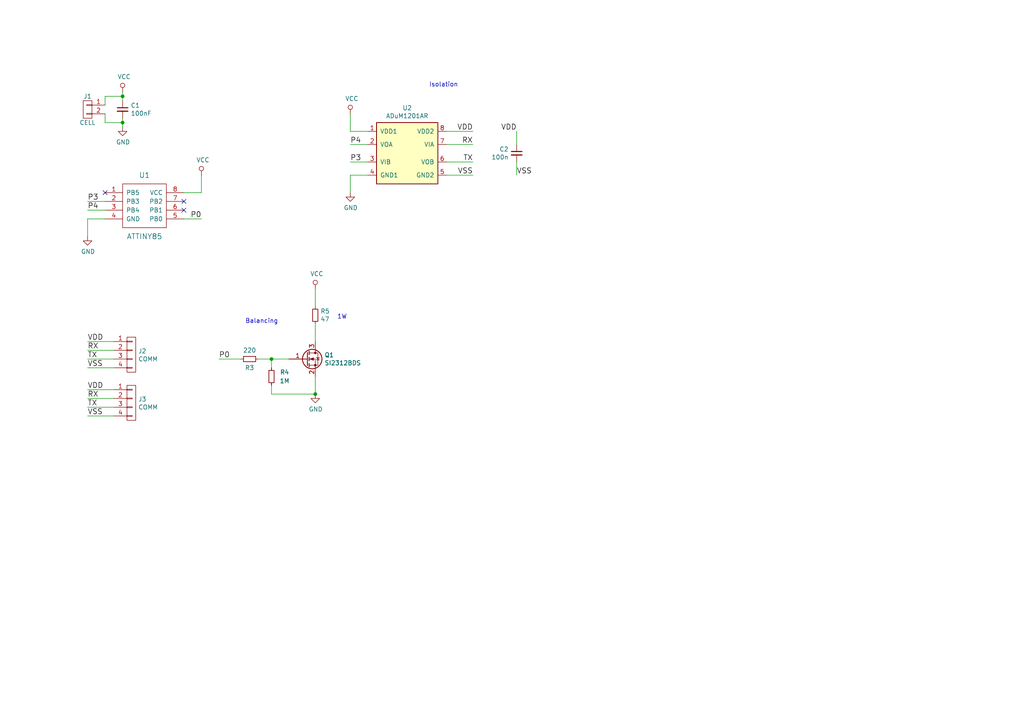
<source format=kicad_sch>
(kicad_sch (version 20231120) (generator "eeschema") (generator_version "8.0")
  (paper "A4")
  (title_block (title "Cell Monitor"))
  (lib_symbols
    (symbol "cell-monitor-rescue:ADuM1201AR" (pin_names (offset 1.016))
      (property "Reference" "U" (at -8.89 10.16 0))
      (property "Value" "ADuM1201AR" (at 0 10.16 0))
      (symbol "ADuM1201AR_0_1"
        (rectangle (start -8.89 8.89) (end 8.89 -8.89) (stroke (width 0.254)) (fill (type background)))
      )
      (symbol "ADuM1201AR_1_1"
        (pin power_in line (at -11.43 6.35 0) (length 2.54) (name "VDD1") (number "1"))
        (pin output line (at -11.43 2.54 0) (length 2.54) (name "VOA") (number "2"))
        (pin input line (at -11.43 -2.54 0) (length 2.54) (name "VIB") (number "3"))
        (pin power_in line (at -11.43 -6.35 0) (length 2.54) (name "GND1") (number "4"))
        (pin power_in line (at 11.43 -6.35 180) (length 2.54) (name "GND2") (number "5"))
        (pin output line (at 11.43 -2.54 180) (length 2.54) (name "VOB") (number "6"))
        (pin input line (at 11.43 2.54 180) (length 2.54) (name "VIA") (number "7"))
        (pin power_in line (at 11.43 6.35 180) (length 2.54) (name "VDD2") (number "8"))
      )
    )
    (symbol "cell-monitor-rescue:Q_NMOS_GSD" (pin_names (offset 0) hide)
      (property "Reference" "Q" (at 5.08 1.27 0))
      (property "Value" "Q_NMOS_GSD" (at 5.08 -1.27 0))
      (symbol "Q_NMOS_GSD_0_1"
        (polyline (pts (xy 0.0508 0) (xy 0.254 0)))
        (polyline (pts (xy 0.762 -1.778) (xy 2.54 -1.778)))
        (polyline (pts (xy 0.762 -1.27) (xy 0.762 -2.286)) (stroke (width 0.254)))
        (polyline (pts (xy 0.762 0) (xy 2.54 0)))
        (polyline (pts (xy 0.762 0.508) (xy 0.762 -0.508)) (stroke (width 0.254)))
        (polyline (pts (xy 0.762 1.778) (xy 2.54 1.778)))
        (polyline (pts (xy 0.762 2.286) (xy 0.762 1.27)) (stroke (width 0.254)))
        (polyline (pts (xy 2.54 -1.778) (xy 2.54 -2.54)))
        (polyline (pts (xy 2.54 -1.778) (xy 2.54 0)))
        (polyline (pts (xy 2.54 2.54) (xy 2.54 1.778)))
        (polyline (pts (xy 0.254 1.905) (xy 0.254 -1.905) (xy 0.254 -1.905)) (stroke (width 0.254)))
        (polyline (pts (xy 1.016 0) (xy 2.032 0.381) (xy 2.032 -0.381) (xy 1.016 0)) (fill (type outline)))
        (polyline (pts (xy 2.54 -1.778) (xy 3.302 -1.778) (xy 3.302 1.778) (xy 2.54 1.778)))
        (polyline (pts (xy 2.794 0.508) (xy 2.921 0.381) (xy 3.683 0.381) (xy 3.81 0.254)))
        (polyline (pts (xy 3.302 0.381) (xy 2.921 -0.254) (xy 3.683 -0.254) (xy 3.302 0.381)))
        (circle (center 1.651 0) (radius 2.8194) (stroke (width 0.254)))
        (circle (center 2.54 -1.778) (radius 0.2794) (fill (type outline)))
        (circle (center 2.54 1.778) (radius 0.2794) (fill (type outline)))
      )
      (symbol "Q_NMOS_GSD_1_1"
        (pin input line (at -5.08 0 0) (length 5.08) (name "G") (number "1"))
        (pin passive line (at 2.54 -5.08 90) (length 2.54) (name "S") (number "2"))
        (pin passive line (at 2.54 5.08 270) (length 2.54) (name "D") (number "3"))
      )
    )
    (symbol "cell-monitor:ATTINY85" (pin_names (offset 1.016))
      (property "Reference" "U" (at 0 7.62 0))
      (property "Value" "ATTINY85" (at 0 -7.62 0))
      (symbol "ATTINY85_0_1"
        (rectangle (start -6.35 -6.35) (end 6.35 6.35))
      )
      (symbol "ATTINY85_1_1"
        (pin bidirectional line (at -11.43 3.81 0) (length 5.08) (name "PB5") (number "1"))
        (pin bidirectional line (at -11.43 1.27 0) (length 5.08) (name "PB3") (number "2"))
        (pin bidirectional line (at -11.43 -1.27 0) (length 5.08) (name "PB4") (number "3"))
        (pin bidirectional line (at -11.43 -3.81 0) (length 5.08) (name "GND") (number "4"))
        (pin bidirectional line (at 11.43 -3.81 180) (length 5.08) (name "PB0") (number "5"))
        (pin bidirectional line (at 11.43 -1.27 180) (length 5.08) (name "PB1") (number "6"))
        (pin bidirectional line (at 11.43 1.27 180) (length 5.08) (name "PB2") (number "7"))
        (pin bidirectional line (at 11.43 3.81 180) (length 5.08) (name "VCC") (number "8"))
      )
    )
    (symbol "cell-monitor:CONN_01X02" (pin_names (offset 1.016) hide)
      (property "Reference" "J" (at 0 3.81 0))
      (property "Value" "CONN_01X02" (at 2.54 0 90))
      (symbol "CONN_01X02_0_1"
        (rectangle (start -1.27 -1.143) (end 0.254 -1.397))
        (rectangle (start -1.27 1.397) (end 0.254 1.143))
        (rectangle (start -1.27 2.54) (end 1.27 -2.54))
      )
      (symbol "CONN_01X02_1_1"
        (pin passive line (at -5.08 1.27 0) (length 3.81) (name "P1") (number "1"))
        (pin passive line (at -5.08 -1.27 0) (length 3.81) (name "P2") (number "2"))
      )
    )
    (symbol "cell-monitor:CONN_01X04" (pin_names (offset 1.016) hide)
      (property "Reference" "J" (at 0 6.35 0))
      (property "Value" "CONN_01X04" (at 2.54 0 90))
      (symbol "CONN_01X04_0_1"
        (rectangle (start -1.27 -3.683) (end 0.254 -3.937))
        (rectangle (start -1.27 -1.143) (end 0.254 -1.397))
        (rectangle (start -1.27 1.397) (end 0.254 1.143))
        (rectangle (start -1.27 3.937) (end 0.254 3.683))
        (rectangle (start -1.27 5.08) (end 1.27 -5.08))
      )
      (symbol "CONN_01X04_1_1"
        (pin passive line (at -5.08 3.81 0) (length 3.81) (name "P1") (number "1"))
        (pin passive line (at -5.08 1.27 0) (length 3.81) (name "P2") (number "2"))
        (pin passive line (at -5.08 -1.27 0) (length 3.81) (name "P3") (number "3"))
        (pin passive line (at -5.08 -3.81 0) (length 3.81) (name "P4") (number "4"))
      )
    )
    (symbol "cell-monitor:C_Small" (pin_numbers hide) (pin_names (offset 0.254) hide)
      (property "Reference" "C" (at 0.254 1.778 0))
      (property "Value" "C_Small" (at 0.254 -2.032 0))
      (symbol "C_Small_0_1"
        (polyline (pts (xy -1.524 -0.508) (xy 1.524 -0.508)) (stroke (width 0.3302)))
        (polyline (pts (xy -1.524 0.508) (xy 1.524 0.508)) (stroke (width 0.3048)))
      )
      (symbol "C_Small_1_1"
        (pin passive line (at 0 2.54 270) (length 2.032) (name "~") (number "1"))
        (pin passive line (at 0 -2.54 90) (length 2.032) (name "~") (number "2"))
      )
    )
    (symbol "cell-monitor:GND" (power) (pin_names (offset 0))
      (property "Value" "GND" (at 0 -3.81 0))
      (symbol "GND_0_1"
        (polyline (pts (xy 0 0) (xy 0 -1.27) (xy 1.27 -1.27) (xy 0 -2.54) (xy -1.27 -1.27) (xy 0 -1.27)))
      )
      (symbol "GND_1_1"
        (pin power_in line (at 0 0 270) (length 0) hide (name "GND") (number "1"))
      )
    )
    (symbol "cell-monitor:R_Small" (pin_numbers hide) (pin_names (offset 0.254) hide)
      (property "Reference" "R" (at 0.762 0.508 0))
      (property "Value" "R_Small" (at 0.762 -1.016 0))
      (symbol "R_Small_0_1"
        (rectangle (start -0.762 1.778) (end 0.762 -1.778) (stroke (width 0.2032)))
      )
      (symbol "R_Small_1_1"
        (pin passive line (at 0 2.54 270) (length 0.762) (name "~") (number "1"))
        (pin passive line (at 0 -2.54 90) (length 0.762) (name "~") (number "2"))
      )
    )
    (symbol "cell-monitor:VCC" (power) (pin_names (offset 0))
      (property "Value" "VCC" (at 0 3.81 0))
      (symbol "VCC_0_1"
        (polyline (pts (xy 0 0) (xy 0 1.27)))
        (circle (center 0 1.905) (radius 0.635))
      )
      (symbol "VCC_1_1"
        (pin power_in line (at 0 0 90) (length 0) hide (name "VCC") (number "1"))
      )
    )
  )
  (junction (at 35.56 27.94))
  (junction (at 91.44 114.3))
  (junction (at 78.74 104.14))
  (junction (at 35.56 35.56))
  (no_connect (at 53.34 58.42))
  (no_connect (at 53.34 60.96))
  (no_connect (at 30.48 55.88))
  (wire (pts (xy 78.74 114.3) (xy 91.44 114.3)))
  (wire (pts (xy 25.4 99.06) (xy 33.02 99.06)))
  (wire (pts (xy 30.48 30.48) (xy 30.48 27.94)))
  (wire (pts (xy 78.74 106.68) (xy 78.74 104.14)))
  (wire (pts (xy 25.4 120.65) (xy 33.02 120.65)))
  (wire (pts (xy 30.48 63.5) (xy 25.4 63.5)))
  (wire (pts (xy 78.74 104.14) (xy 83.82 104.14)))
  (wire (pts (xy 25.4 106.68) (xy 33.02 106.68)))
  (wire (pts (xy 25.4 101.6) (xy 33.02 101.6)))
  (wire (pts (xy 91.44 99.06) (xy 91.44 93.98)))
  (wire (pts (xy 63.5 104.14) (xy 69.85 104.14)))
  (wire (pts (xy 149.86 38.1) (xy 149.86 41.91)))
  (wire (pts (xy 25.4 104.14) (xy 33.02 104.14)))
  (wire (pts (xy 35.56 34.29) (xy 35.56 35.56)))
  (wire (pts (xy 25.4 118.11) (xy 33.02 118.11)))
  (wire (pts (xy 25.4 60.96) (xy 30.48 60.96)))
  (wire (pts (xy 74.93 104.14) (xy 78.74 104.14)))
  (wire (pts (xy 25.4 113.03) (xy 33.02 113.03)))
  (wire (pts (xy 101.6 50.8) (xy 106.68 50.8)))
  (wire (pts (xy 30.48 27.94) (xy 35.56 27.94)))
  (wire (pts (xy 30.48 33.02) (xy 30.48 35.56)))
  (wire (pts (xy 91.44 109.22) (xy 91.44 114.3)))
  (wire (pts (xy 53.34 63.5) (xy 58.42 63.5)))
  (wire (pts (xy 35.56 35.56) (xy 35.56 36.83)))
  (wire (pts (xy 53.34 55.88) (xy 58.42 55.88)))
  (wire (pts (xy 35.56 26.67) (xy 35.56 27.94)))
  (wire (pts (xy 129.54 41.91) (xy 137.16 41.91)))
  (wire (pts (xy 101.6 38.1) (xy 106.68 38.1)))
  (wire (pts (xy 101.6 46.99) (xy 106.68 46.99)))
  (wire (pts (xy 78.74 111.76) (xy 78.74 114.3)))
  (wire (pts (xy 101.6 41.91) (xy 106.68 41.91)))
  (wire (pts (xy 129.54 46.99) (xy 137.16 46.99)))
  (wire (pts (xy 129.54 38.1) (xy 137.16 38.1)))
  (wire (pts (xy 58.42 55.88) (xy 58.42 50.8)))
  (wire (pts (xy 101.6 33.02) (xy 101.6 38.1)))
  (wire (pts (xy 25.4 63.5) (xy 25.4 68.58)))
  (wire (pts (xy 129.54 50.8) (xy 137.16 50.8)))
  (wire (pts (xy 30.48 35.56) (xy 35.56 35.56)))
  (wire (pts (xy 149.86 46.99) (xy 149.86 50.8)))
  (wire (pts (xy 101.6 55.88) (xy 101.6 50.8)))
  (wire (pts (xy 25.4 58.42) (xy 30.48 58.42)))
  (wire (pts (xy 91.44 83.82) (xy 91.44 88.9)))
  (wire (pts (xy 35.56 27.94) (xy 35.56 29.21)))
  (wire (pts (xy 25.4 115.57) (xy 33.02 115.57)))
  (text "Isolation" (at 124.46 25.4 0) (effects (font (size 1.27 1.27)) (justify left bottom)))
  (text "Balancing" (at 71.12 93.98 0) (effects (font (size 1.27 1.27)) (justify left bottom)))
  (text "1W" (at 97.79 92.71 0) (effects (font (size 1.27 1.27)) (justify left bottom)))
  (label "RX" (at 25.4 115.57 0) (effects (font (size 1.524 1.524))))
  (label "P4" (at 25.4 60.96 0) (effects (font (size 1.524 1.524))))
  (label "RX" (at 137.16 41.91 180) (effects (font (size 1.524 1.524))))
  (label "TX" (at 137.16 46.99 180) (effects (font (size 1.524 1.524))))
  (label "VSS" (at 25.4 120.65 0) (effects (font (size 1.524 1.524))))
  (label "VDD" (at 149.86 38.1 180) (effects (font (size 1.524 1.524))))
  (label "P0" (at 58.42 63.5 180) (effects (font (size 1.524 1.524))))
  (label "P0" (at 63.5 104.14 0) (effects (font (size 1.524 1.524))))
  (label "P4" (at 101.6 41.91 0) (effects (font (size 1.524 1.524))))
  (label "TX" (at 25.4 104.14 0) (effects (font (size 1.524 1.524))))
  (label "VDD" (at 25.4 113.03 0) (effects (font (size 1.524 1.524))))
  (label "TX" (at 25.4 118.11 0) (effects (font (size 1.524 1.524))))
  (label "VDD" (at 25.4 99.06 0) (effects (font (size 1.524 1.524))))
  (label "VSS" (at 25.4 106.68 0) (effects (font (size 1.524 1.524))))
  (label "P3" (at 25.4 58.42 0) (effects (font (size 1.524 1.524))))
  (label "RX" (at 25.4 101.6 0) (effects (font (size 1.524 1.524))))
  (label "P3" (at 101.6 46.99 0) (effects (font (size 1.524 1.524))))
  (label "VSS" (at 137.16 50.8 180) (effects (font (size 1.524 1.524))))
  (label "VSS" (at 149.86 50.8 0) (effects (font (size 1.524 1.524))))
  (label "VDD" (at 137.16 38.1 180) (effects (font (size 1.524 1.524))))
  (symbol (lib_id "cell-monitor:CONN_01X02") (at 25.4 31.75 0) (mirror y) (unit 1)
    (property "Reference" "J1" (at 25.4 27.94 0))
    (property "Value" "CELL" (at 25.4 35.56 0))
    (property "Footprint" "Connectors:bornier2" (effects (hide yes)))
  )
  (symbol (lib_id "cell-monitor:C_Small") (at 149.86 44.45 0) (mirror y) (unit 1)
    (property "Reference" "C2" (at 147.5232 43.2816 0) (effects (justify left)))
    (property "Value" "100n" (at 147.5232 45.593 0) (effects (justify left)))
    (property "Footprint" "Capacitors_SMD:C_1206_HandSoldering" (effects (hide yes)))
  )
  (symbol (lib_id "cell-monitor:GND") (at 35.56 36.83 0) (unit 1)
    (property "Reference" "#PWR03" (effects (hide yes)))
    (property "Value" "GND" (at 35.687 41.2242 0))
  )
  (symbol (lib_id "cell-monitor:R_Small") (at 78.74 109.22 180) (unit 1)
    (property "Reference" "R4" (at 82.55 107.95 0))
    (property "Value" "1M" (at 82.55 110.49 0))
    (property "Footprint" "Resistors_SMD:R_1206_HandSoldering" (effects (hide yes)))
  )
  (symbol (lib_id "cell-monitor:R_Small") (at 91.44 91.44 0) (unit 1)
    (property "Reference" "R5" (at 92.9386 90.2716 0) (effects (justify left)))
    (property "Value" "47" (at 92.9386 92.583 0) (effects (justify left)))
    (property "Footprint" "Resistors_SMD:R_2512_HandSoldering" (effects (hide yes)))
  )
  (symbol (lib_id "cell-monitor:GND") (at 91.44 114.3 0) (unit 1)
    (property "Reference" "#PWR04" (effects (hide yes)))
    (property "Value" "GND" (at 91.567 118.6942 0))
  )
  (symbol (lib_id "cell-monitor:VCC") (at 35.56 26.67 0) (unit 1)
    (property "Reference" "#PWR05" (effects (hide yes)))
    (property "Value" "VCC" (at 35.9918 22.2758 0))
  )
  (symbol (lib_id "cell-monitor:VCC") (at 91.44 83.82 0) (unit 1)
    (property "Reference" "#PWR06" (effects (hide yes)))
    (property "Value" "VCC" (at 91.8718 79.4258 0))
  )
  (symbol (lib_id "cell-monitor:VCC") (at 58.42 50.8 0) (unit 1)
    (property "Reference" "#PWR07" (effects (hide yes)))
    (property "Value" "VCC" (at 58.8518 46.4058 0))
  )
  (symbol (lib_id "cell-monitor:GND") (at 25.4 68.58 0) (unit 1)
    (property "Reference" "#PWR08" (effects (hide yes)))
    (property "Value" "GND" (at 25.527 72.9742 0))
  )
  (symbol (lib_id "cell-monitor:C_Small") (at 35.56 31.75 0) (unit 1)
    (property "Reference" "C1" (at 37.8968 30.5816 0) (effects (justify left)))
    (property "Value" "100nF" (at 37.8968 32.893 0) (effects (justify left)))
    (property "Footprint" "Capacitors_SMD:C_1206_HandSoldering" (effects (hide yes)))
  )
  (symbol (lib_id "cell-monitor:ATTINY85") (at 41.91 59.69 0) (unit 1)
    (property "Reference" "U1" (at 41.91 50.8 0) (effects (font (size 1.524 1.524))))
    (property "Value" "ATTINY85" (at 41.91 68.58 0) (effects (font (size 1.524 1.524))))
    (property "Footprint" "Housings_DIP:DIP-8_W7.62mm_Socket" (effects (hide yes)))
  )
  (symbol (lib_id "cell-monitor:R_Small") (at 72.39 104.14 90) (unit 1)
    (property "Reference" "R3" (at 72.39 106.68 90))
    (property "Value" "220" (at 72.39 101.6 90))
    (property "Footprint" "Resistors_SMD:R_1206_HandSoldering" (effects (hide yes)))
  )
  (symbol (lib_name "cell-monitor-rescue:Q_NMOS_GSD") (lib_id "cell-monitor-rescue:Q_NMOS_GSD") (at 88.9 104.14 0) (unit 1)
    (property "Reference" "Q1" (at 94.107 102.9716 0) (effects (justify left)))
    (property "Value" "SI2312BDS" (at 94.107 105.283 0) (effects (justify left)))
    (property "Footprint" "TO_SOT_Packages_SMD:SOT-23" (effects (hide yes)))
  )
  (symbol (lib_name "cell-monitor-rescue:ADuM1201AR") (lib_id "cell-monitor-rescue:ADuM1201AR") (at 118.11 44.45 0) (unit 1)
    (property "Reference" "U2" (at 118.11 31.3182 0))
    (property "Value" "ADuM1201AR" (at 118.11 33.6296 0))
    (property "Footprint" "Housings_SOIC:SOIC-8_3.9x4.9mm_Pitch1.27mm" (effects (hide yes)))
  )
  (symbol (lib_id "cell-monitor:VCC") (at 101.6 33.02 0) (unit 1)
    (property "Reference" "#PWR01" (effects (hide yes)))
    (property "Value" "VCC" (at 102.0318 28.6258 0))
  )
  (symbol (lib_id "cell-monitor:GND") (at 101.6 55.88 0) (unit 1)
    (property "Reference" "#PWR02" (effects (hide yes)))
    (property "Value" "GND" (at 101.727 60.2742 0))
  )
  (symbol (lib_id "cell-monitor:CONN_01X04") (at 38.1 102.87 0) (unit 1)
    (property "Reference" "J2" (at 40.0812 101.8286 0) (effects (justify left)))
    (property "Value" "COMM" (at 40.0812 104.14 0) (effects (justify left)))
    (property "Footprint" "Pin_Headers:Pin_Header_Straight_1x04_Pitch2.54mm" (effects (hide yes)))
  )
  (symbol (lib_id "cell-monitor:CONN_01X04") (at 38.1 116.84 0) (unit 1)
    (property "Reference" "J3" (at 40.0812 115.7986 0) (effects (justify left)))
    (property "Value" "COMM" (at 40.0812 118.11 0) (effects (justify left)))
    (property "Footprint" "Pin_Headers:Pin_Header_Straight_1x04_Pitch2.54mm" (effects (hide yes)))
  )
)
</source>
